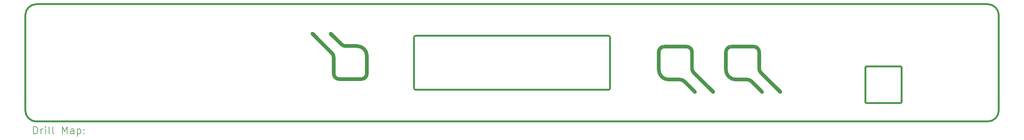
<source format=gbr>
%TF.GenerationSoftware,KiCad,Pcbnew,7.0.2-0*%
%TF.CreationDate,2023-05-18T01:18:26+02:00*%
%TF.ProjectId,LG,4c472e6b-6963-4616-945f-706362585858,rev?*%
%TF.SameCoordinates,PXfd9f08PY7735940*%
%TF.FileFunction,Drillmap*%
%TF.FilePolarity,Positive*%
%FSLAX45Y45*%
G04 Gerber Fmt 4.5, Leading zero omitted, Abs format (unit mm)*
G04 Created by KiCad (PCBNEW 7.0.2-0) date 2023-05-18 01:18:26*
%MOMM*%
%LPD*%
G01*
G04 APERTURE LIST*
%ADD10C,0.500000*%
%ADD11C,0.200000*%
G04 APERTURE END LIST*
D10*
X15858746Y2290419D02*
G75*
G03*
X15808742Y2340419I-50149J-149D01*
G01*
X18672886Y822368D02*
X18145236Y1349985D01*
X87868Y3111617D02*
G75*
G03*
X-257Y2899743I211226J-212120D01*
G01*
X9202595Y1996219D02*
G75*
G03*
X8997673Y2081258I-204687J-203819D01*
G01*
X17753942Y1168497D02*
X17444641Y1168497D01*
X9237329Y1791284D02*
G75*
G03*
X8997673Y2031011I-239941J-214D01*
G01*
X17205005Y1408207D02*
G75*
G03*
X17444641Y1168497I239903J193D01*
G01*
X19150874Y2018247D02*
X19750872Y2018247D01*
X8387632Y1306129D02*
X8387632Y1752217D01*
X9112498Y1130983D02*
G75*
G03*
X9287595Y1306129I-210J175307D01*
G01*
X19150874Y2018249D02*
G75*
G03*
X19026059Y1893379I164J-124979D01*
G01*
X22785260Y1474730D02*
X22785260Y525270D01*
X7769427Y2377140D02*
X8297078Y1849506D01*
X-257Y299743D02*
X-257Y2899743D01*
X17444641Y1118233D02*
X17753942Y1118233D01*
X18142376Y786815D02*
G75*
G03*
X18177929Y786815I17777J17863D01*
G01*
X19265699Y1118233D02*
X19575000Y1118233D01*
X19875715Y1893379D02*
G75*
G03*
X19750872Y2018247I-124967J-100D01*
G01*
X18104965Y1447274D02*
G75*
G03*
X18145236Y1349985I136534J-464D01*
G01*
X10590742Y2340419D02*
X15808742Y2340419D01*
X23739730Y500270D02*
X23764740Y525270D01*
X8332632Y1885060D02*
X7804981Y2412693D01*
X17154702Y1893379D02*
X17154702Y1408207D01*
X9287595Y1306129D02*
X9287595Y1791284D01*
X26099740Y-257D02*
X299743Y-257D01*
X19926025Y1447274D02*
G75*
G03*
X19966294Y1349985I136563J-454D01*
G01*
X22810269Y500270D02*
X22785260Y525270D01*
X20458393Y786816D02*
G75*
G03*
X20476168Y779442I17645J17424D01*
G01*
X17239717Y1203272D02*
G75*
G03*
X17444641Y1118233I204741J203948D01*
G01*
X18655110Y779443D02*
G75*
G03*
X18672886Y786815I-12J25147D01*
G01*
X18104962Y1447274D02*
X18104962Y1893379D01*
X26311614Y87868D02*
G75*
G03*
X26399740Y299743I-211207J212112D01*
G01*
X17929814Y2068511D02*
X17329816Y2068511D01*
X17154699Y1408207D02*
G75*
G03*
X17239717Y1203272I289129J-157D01*
G01*
X8512500Y1130980D02*
X9112498Y1130980D01*
X8591085Y2121533D02*
G75*
G03*
X8688372Y2081258I96953J96557D01*
G01*
X299743Y3199743D02*
X26099740Y3199743D01*
X19930741Y1314431D02*
X20458391Y786815D01*
X26399744Y2899743D02*
G75*
G03*
X26311615Y3111618I-298736J7D01*
G01*
X7769424Y2412697D02*
G75*
G03*
X7769427Y2377140I17824J-17777D01*
G01*
X8299937Y2412693D02*
G75*
G03*
X8264384Y2412693I-17777J-17863D01*
G01*
X8387636Y1306129D02*
G75*
G03*
X8512500Y1181278I124992J141D01*
G01*
X26399740Y2899743D02*
X26399740Y299743D01*
X8264381Y2412697D02*
G75*
G03*
X8264384Y2377140I17827J-17777D01*
G01*
X22810269Y500270D02*
X23739730Y500270D01*
X17205000Y1408207D02*
X17205000Y1893379D01*
X87869Y87869D02*
G75*
G03*
X299743Y-257I212119J211221D01*
G01*
X8997673Y2081258D02*
X8688372Y2081258D01*
X17886786Y1113514D02*
G75*
G03*
X17753942Y1168497I-132258J-131574D01*
G01*
X18054662Y1447274D02*
G75*
G03*
X18109682Y1314431I186326J-644D01*
G01*
X19575000Y1168497D02*
X19265699Y1168497D01*
X19875722Y1893379D02*
X19875722Y1447274D01*
X19998989Y786813D02*
G75*
G03*
X19998988Y822368I-17861J17777D01*
G01*
X23739730Y1499730D02*
X22810269Y1499730D01*
X18672888Y786813D02*
G75*
G03*
X18672886Y822368I-17860J17777D01*
G01*
X18975761Y1408207D02*
G75*
G03*
X19060776Y1203272I289087J-177D01*
G01*
X9237331Y1791284D02*
X9237331Y1306129D01*
X7804981Y2412693D02*
G75*
G03*
X7769427Y2412693I-17777J-18684D01*
G01*
X19026059Y1408207D02*
X19026059Y1893379D01*
X8555532Y2085980D02*
G75*
G03*
X8688372Y2031011I132356J131860D01*
G01*
X8387631Y1752217D02*
G75*
G03*
X8332631Y1885059I-186643J533D01*
G01*
X8337368Y1306129D02*
G75*
G03*
X8512500Y1130980I175330J181D01*
G01*
X17851230Y1077959D02*
G75*
G03*
X17753942Y1118233I-96952J-96559D01*
G01*
X18975760Y1893379D02*
X18975760Y1408207D01*
X23764740Y525270D02*
X23764740Y1474730D01*
X10540742Y912418D02*
X10540742Y2290419D01*
X17329816Y2018248D02*
G75*
G03*
X17205000Y1893379I152J-124968D01*
G01*
X10590742Y2340416D02*
G75*
G03*
X10540742Y2290419I146J-50146D01*
G01*
X19750872Y2068511D02*
X19150874Y2068511D01*
X23764740Y1474730D02*
X23739730Y1499730D01*
X8264384Y2377140D02*
X8555529Y2085978D01*
X26311614Y3111617D02*
G75*
G03*
X26099740Y3199742I-212116J-211217D01*
G01*
X18109682Y1314431D02*
X18637333Y786815D01*
X18177930Y822368D02*
X17886784Y1113513D01*
X17329816Y2018247D02*
X17929814Y2018247D01*
X8591083Y2121531D02*
X8299938Y2412693D01*
X8337369Y1752217D02*
X8337369Y1306129D01*
X19926021Y1447274D02*
X19926021Y1893379D01*
X19672290Y1077960D02*
X19963435Y786815D01*
X20493946Y786813D02*
G75*
G03*
X20493945Y822368I-17858J17777D01*
G01*
X-257Y299743D02*
G75*
G03*
X87868Y87868I298755J-3D01*
G01*
X17851231Y1077960D02*
X18142376Y786815D01*
X18054664Y1893379D02*
X18054664Y1447274D01*
X19875724Y1447274D02*
G75*
G03*
X19930741Y1314431I186285J-664D01*
G01*
X20493945Y822368D02*
X19966294Y1349985D01*
X8337372Y1752217D02*
G75*
G03*
X8297078Y1849506I-136434J483D01*
G01*
X9112498Y1181278D02*
X8512500Y1181278D01*
X19672290Y1077960D02*
G75*
G03*
X19575000Y1118233I-96952J-96560D01*
G01*
X18177931Y786813D02*
G75*
G03*
X18177930Y822368I-17863J17777D01*
G01*
X18054665Y1893379D02*
G75*
G03*
X17929814Y2018247I-124977J-110D01*
G01*
X9112498Y1181277D02*
G75*
G03*
X9237331Y1306129I-130J124963D01*
G01*
X22785260Y1474730D02*
X22810269Y1499730D01*
X15808742Y862418D02*
X10590742Y862418D01*
X19998988Y822368D02*
X19707843Y1113513D01*
X19926029Y1893379D02*
G75*
G03*
X19750872Y2068511I-175361J-230D01*
G01*
X18104959Y1893379D02*
G75*
G03*
X17929814Y2068511I-175361J-230D01*
G01*
X15858742Y2290419D02*
X15858742Y912418D01*
X10540737Y912418D02*
G75*
G03*
X10590742Y862418I50152J152D01*
G01*
X15808742Y862416D02*
G75*
G03*
X15858742Y912418I-144J50144D01*
G01*
X19026065Y1408207D02*
G75*
G03*
X19265699Y1168497I239923J213D01*
G01*
X299743Y3199745D02*
G75*
G03*
X87868Y3111618I-5J-298745D01*
G01*
X8688372Y2031011D02*
X8997673Y2031011D01*
X9287591Y1791284D02*
G75*
G03*
X9202595Y1996219I-288963J246D01*
G01*
X20476168Y779442D02*
G75*
G03*
X20493945Y786815I0J25118D01*
G01*
X19150874Y2068508D02*
G75*
G03*
X18975760Y1893379I204J-175318D01*
G01*
X26099740Y-257D02*
G75*
G03*
X26311615Y87868I-2J298767D01*
G01*
X19707845Y1113515D02*
G75*
G03*
X19575000Y1168497I-132257J-131575D01*
G01*
X19963435Y786815D02*
G75*
G03*
X19998988Y786815I17777J17863D01*
G01*
X17329816Y2068506D02*
G75*
G03*
X17154702Y1893379I202J-175316D01*
G01*
X18637334Y786816D02*
G75*
G03*
X18655110Y779442I17644J17424D01*
G01*
X19060777Y1203273D02*
G75*
G03*
X19265699Y1118233I204741J203947D01*
G01*
D11*
X222362Y-337781D02*
X222362Y-137781D01*
X222362Y-137781D02*
X269981Y-137781D01*
X269981Y-137781D02*
X298552Y-147305D01*
X298552Y-147305D02*
X317600Y-166352D01*
X317600Y-166352D02*
X327124Y-185400D01*
X327124Y-185400D02*
X336647Y-223495D01*
X336647Y-223495D02*
X336647Y-252066D01*
X336647Y-252066D02*
X327124Y-290162D01*
X327124Y-290162D02*
X317600Y-309209D01*
X317600Y-309209D02*
X298552Y-328257D01*
X298552Y-328257D02*
X269981Y-337781D01*
X269981Y-337781D02*
X222362Y-337781D01*
X422362Y-337781D02*
X422362Y-204447D01*
X422362Y-242543D02*
X431885Y-223495D01*
X431885Y-223495D02*
X441409Y-213971D01*
X441409Y-213971D02*
X460457Y-204447D01*
X460457Y-204447D02*
X479505Y-204447D01*
X546171Y-337781D02*
X546171Y-204447D01*
X546171Y-137781D02*
X536647Y-147305D01*
X536647Y-147305D02*
X546171Y-156828D01*
X546171Y-156828D02*
X555695Y-147305D01*
X555695Y-147305D02*
X546171Y-137781D01*
X546171Y-137781D02*
X546171Y-156828D01*
X669981Y-337781D02*
X650933Y-328257D01*
X650933Y-328257D02*
X641409Y-309209D01*
X641409Y-309209D02*
X641409Y-137781D01*
X774743Y-337781D02*
X755695Y-328257D01*
X755695Y-328257D02*
X746171Y-309209D01*
X746171Y-309209D02*
X746171Y-137781D01*
X1003314Y-337781D02*
X1003314Y-137781D01*
X1003314Y-137781D02*
X1069981Y-280638D01*
X1069981Y-280638D02*
X1136647Y-137781D01*
X1136647Y-137781D02*
X1136647Y-337781D01*
X1317600Y-337781D02*
X1317600Y-233019D01*
X1317600Y-233019D02*
X1308076Y-213971D01*
X1308076Y-213971D02*
X1289028Y-204447D01*
X1289028Y-204447D02*
X1250933Y-204447D01*
X1250933Y-204447D02*
X1231886Y-213971D01*
X1317600Y-328257D02*
X1298552Y-337781D01*
X1298552Y-337781D02*
X1250933Y-337781D01*
X1250933Y-337781D02*
X1231886Y-328257D01*
X1231886Y-328257D02*
X1222362Y-309209D01*
X1222362Y-309209D02*
X1222362Y-290162D01*
X1222362Y-290162D02*
X1231886Y-271114D01*
X1231886Y-271114D02*
X1250933Y-261590D01*
X1250933Y-261590D02*
X1298552Y-261590D01*
X1298552Y-261590D02*
X1317600Y-252066D01*
X1412838Y-204447D02*
X1412838Y-404447D01*
X1412838Y-213971D02*
X1431885Y-204447D01*
X1431885Y-204447D02*
X1469981Y-204447D01*
X1469981Y-204447D02*
X1489028Y-213971D01*
X1489028Y-213971D02*
X1498552Y-223495D01*
X1498552Y-223495D02*
X1508076Y-242543D01*
X1508076Y-242543D02*
X1508076Y-299686D01*
X1508076Y-299686D02*
X1498552Y-318733D01*
X1498552Y-318733D02*
X1489028Y-328257D01*
X1489028Y-328257D02*
X1469981Y-337781D01*
X1469981Y-337781D02*
X1431885Y-337781D01*
X1431885Y-337781D02*
X1412838Y-328257D01*
X1593790Y-318733D02*
X1603314Y-328257D01*
X1603314Y-328257D02*
X1593790Y-337781D01*
X1593790Y-337781D02*
X1584266Y-328257D01*
X1584266Y-328257D02*
X1593790Y-318733D01*
X1593790Y-318733D02*
X1593790Y-337781D01*
X1593790Y-213971D02*
X1603314Y-223495D01*
X1603314Y-223495D02*
X1593790Y-233019D01*
X1593790Y-233019D02*
X1584266Y-223495D01*
X1584266Y-223495D02*
X1593790Y-213971D01*
X1593790Y-213971D02*
X1593790Y-233019D01*
M02*

</source>
